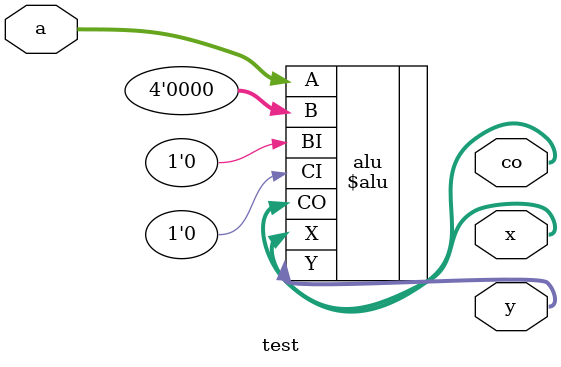
<source format=v>
module test(input [3:0] a, output [3:0] y, output [3:0] x, output [3:0] co);
\$alu #(
	.A_WIDTH(4), .B_WIDTH(4), .Y_WIDTH(4),
	.A_SIGNED(0), .B_SIGNED(0)
) alu (
	.A(a), .B(4'h0),
	.BI(1'b0), .CI(1'b0),
	.Y(y), .X(x), .CO(co)
);
endmodule

</source>
